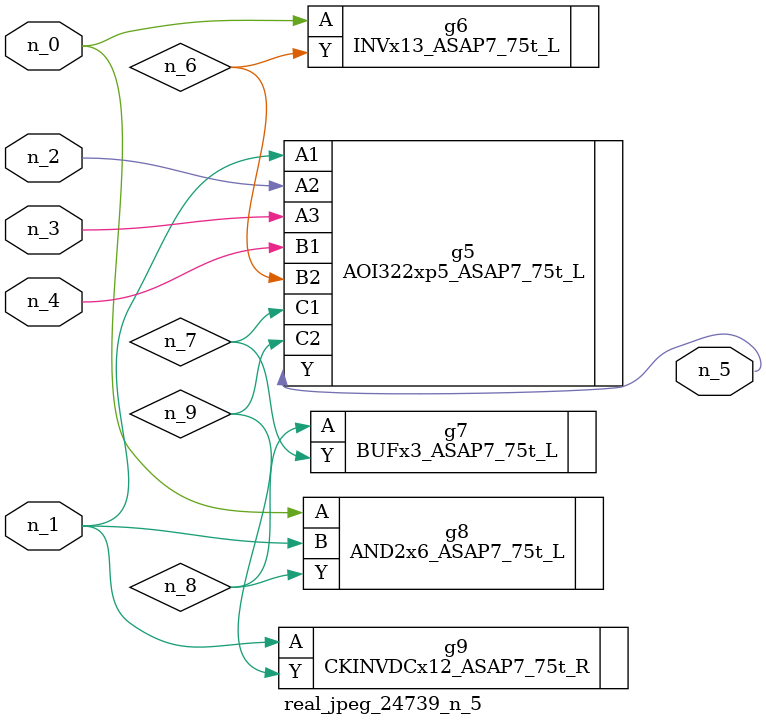
<source format=v>
module real_jpeg_24739_n_5 (n_4, n_0, n_1, n_2, n_3, n_5);

input n_4;
input n_0;
input n_1;
input n_2;
input n_3;

output n_5;

wire n_8;
wire n_6;
wire n_7;
wire n_9;

INVx13_ASAP7_75t_L g6 ( 
.A(n_0),
.Y(n_6)
);

AND2x6_ASAP7_75t_L g8 ( 
.A(n_0),
.B(n_1),
.Y(n_8)
);

AOI322xp5_ASAP7_75t_L g5 ( 
.A1(n_1),
.A2(n_2),
.A3(n_3),
.B1(n_4),
.B2(n_6),
.C1(n_7),
.C2(n_9),
.Y(n_5)
);

CKINVDCx12_ASAP7_75t_R g9 ( 
.A(n_1),
.Y(n_9)
);

BUFx3_ASAP7_75t_L g7 ( 
.A(n_8),
.Y(n_7)
);


endmodule
</source>
